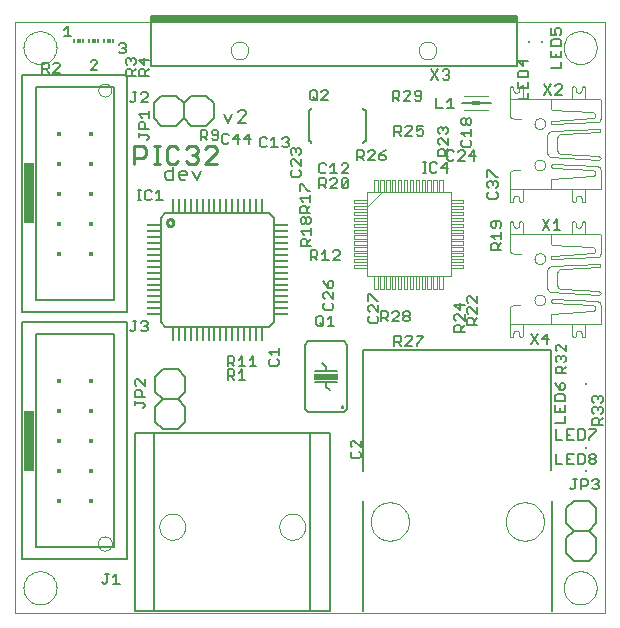
<source format=gto>
G75*
G70*
%OFA0B0*%
%FSLAX24Y24*%
%IPPOS*%
%LPD*%
%AMOC8*
5,1,8,0,0,1.08239X$1,22.5*
%
%ADD10C,0.0000*%
%ADD11C,0.0060*%
%ADD12C,0.0110*%
%ADD13C,0.0080*%
%ADD14C,0.0100*%
%ADD15R,0.0472X0.0079*%
%ADD16R,0.0079X0.0472*%
%ADD17R,0.0059X0.0118*%
%ADD18R,0.0118X0.0118*%
%ADD19R,0.0098X0.0098*%
%ADD20C,0.0079*%
%ADD21R,1.2200X0.0200*%
%ADD22C,0.0040*%
%ADD23C,0.0050*%
%ADD24R,0.0276X0.0118*%
%ADD25C,0.0028*%
%ADD26R,0.0787X0.0236*%
%ADD27R,0.0350X0.2000*%
%ADD28R,0.0150X0.0150*%
D10*
X000655Y001320D02*
X000655Y021005D01*
X020340Y021005D01*
X020340Y001320D01*
X000655Y001320D01*
X000945Y002161D02*
X000947Y002208D01*
X000953Y002254D01*
X000963Y002300D01*
X000976Y002345D01*
X000994Y002388D01*
X001015Y002430D01*
X001039Y002470D01*
X001067Y002507D01*
X001098Y002542D01*
X001132Y002575D01*
X001168Y002604D01*
X001207Y002630D01*
X001248Y002653D01*
X001291Y002672D01*
X001335Y002688D01*
X001380Y002700D01*
X001426Y002708D01*
X001473Y002712D01*
X001519Y002712D01*
X001566Y002708D01*
X001612Y002700D01*
X001657Y002688D01*
X001701Y002672D01*
X001744Y002653D01*
X001785Y002630D01*
X001824Y002604D01*
X001860Y002575D01*
X001894Y002542D01*
X001925Y002507D01*
X001953Y002470D01*
X001977Y002430D01*
X001998Y002388D01*
X002016Y002345D01*
X002029Y002300D01*
X002039Y002254D01*
X002045Y002208D01*
X002047Y002161D01*
X002045Y002114D01*
X002039Y002068D01*
X002029Y002022D01*
X002016Y001977D01*
X001998Y001934D01*
X001977Y001892D01*
X001953Y001852D01*
X001925Y001815D01*
X001894Y001780D01*
X001860Y001747D01*
X001824Y001718D01*
X001785Y001692D01*
X001744Y001669D01*
X001701Y001650D01*
X001657Y001634D01*
X001612Y001622D01*
X001566Y001614D01*
X001519Y001610D01*
X001473Y001610D01*
X001426Y001614D01*
X001380Y001622D01*
X001335Y001634D01*
X001291Y001650D01*
X001248Y001669D01*
X001207Y001692D01*
X001168Y001718D01*
X001132Y001747D01*
X001098Y001780D01*
X001067Y001815D01*
X001039Y001852D01*
X001015Y001892D01*
X000994Y001934D01*
X000976Y001977D01*
X000963Y002022D01*
X000953Y002068D01*
X000947Y002114D01*
X000945Y002161D01*
X003419Y003636D02*
X003421Y003666D01*
X003427Y003696D01*
X003436Y003725D01*
X003449Y003752D01*
X003466Y003777D01*
X003485Y003800D01*
X003508Y003821D01*
X003533Y003838D01*
X003559Y003852D01*
X003588Y003862D01*
X003617Y003869D01*
X003647Y003872D01*
X003678Y003871D01*
X003708Y003866D01*
X003737Y003857D01*
X003764Y003845D01*
X003790Y003830D01*
X003814Y003811D01*
X003835Y003789D01*
X003853Y003765D01*
X003868Y003738D01*
X003879Y003710D01*
X003887Y003681D01*
X003891Y003651D01*
X003891Y003621D01*
X003887Y003591D01*
X003879Y003562D01*
X003868Y003534D01*
X003853Y003507D01*
X003835Y003483D01*
X003814Y003461D01*
X003790Y003442D01*
X003764Y003427D01*
X003737Y003415D01*
X003708Y003406D01*
X003678Y003401D01*
X003647Y003400D01*
X003617Y003403D01*
X003588Y003410D01*
X003559Y003420D01*
X003533Y003434D01*
X003508Y003451D01*
X003485Y003472D01*
X003466Y003495D01*
X003449Y003520D01*
X003436Y003547D01*
X003427Y003576D01*
X003421Y003606D01*
X003419Y003636D01*
X005472Y004198D02*
X005474Y004239D01*
X005480Y004280D01*
X005490Y004320D01*
X005503Y004359D01*
X005520Y004396D01*
X005541Y004432D01*
X005565Y004466D01*
X005592Y004497D01*
X005621Y004525D01*
X005654Y004551D01*
X005688Y004573D01*
X005725Y004592D01*
X005763Y004607D01*
X005803Y004619D01*
X005843Y004627D01*
X005884Y004631D01*
X005926Y004631D01*
X005967Y004627D01*
X006007Y004619D01*
X006047Y004607D01*
X006085Y004592D01*
X006121Y004573D01*
X006156Y004551D01*
X006189Y004525D01*
X006218Y004497D01*
X006245Y004466D01*
X006269Y004432D01*
X006290Y004396D01*
X006307Y004359D01*
X006320Y004320D01*
X006330Y004280D01*
X006336Y004239D01*
X006338Y004198D01*
X006336Y004157D01*
X006330Y004116D01*
X006320Y004076D01*
X006307Y004037D01*
X006290Y004000D01*
X006269Y003964D01*
X006245Y003930D01*
X006218Y003899D01*
X006189Y003871D01*
X006156Y003845D01*
X006122Y003823D01*
X006085Y003804D01*
X006047Y003789D01*
X006007Y003777D01*
X005967Y003769D01*
X005926Y003765D01*
X005884Y003765D01*
X005843Y003769D01*
X005803Y003777D01*
X005763Y003789D01*
X005725Y003804D01*
X005689Y003823D01*
X005654Y003845D01*
X005621Y003871D01*
X005592Y003899D01*
X005565Y003930D01*
X005541Y003964D01*
X005520Y004000D01*
X005503Y004037D01*
X005490Y004076D01*
X005480Y004116D01*
X005474Y004157D01*
X005472Y004198D01*
X009472Y004198D02*
X009474Y004239D01*
X009480Y004280D01*
X009490Y004320D01*
X009503Y004359D01*
X009520Y004396D01*
X009541Y004432D01*
X009565Y004466D01*
X009592Y004497D01*
X009621Y004525D01*
X009654Y004551D01*
X009688Y004573D01*
X009725Y004592D01*
X009763Y004607D01*
X009803Y004619D01*
X009843Y004627D01*
X009884Y004631D01*
X009926Y004631D01*
X009967Y004627D01*
X010007Y004619D01*
X010047Y004607D01*
X010085Y004592D01*
X010121Y004573D01*
X010156Y004551D01*
X010189Y004525D01*
X010218Y004497D01*
X010245Y004466D01*
X010269Y004432D01*
X010290Y004396D01*
X010307Y004359D01*
X010320Y004320D01*
X010330Y004280D01*
X010336Y004239D01*
X010338Y004198D01*
X010336Y004157D01*
X010330Y004116D01*
X010320Y004076D01*
X010307Y004037D01*
X010290Y004000D01*
X010269Y003964D01*
X010245Y003930D01*
X010218Y003899D01*
X010189Y003871D01*
X010156Y003845D01*
X010122Y003823D01*
X010085Y003804D01*
X010047Y003789D01*
X010007Y003777D01*
X009967Y003769D01*
X009926Y003765D01*
X009884Y003765D01*
X009843Y003769D01*
X009803Y003777D01*
X009763Y003789D01*
X009725Y003804D01*
X009689Y003823D01*
X009654Y003845D01*
X009621Y003871D01*
X009592Y003899D01*
X009565Y003930D01*
X009541Y003964D01*
X009520Y004000D01*
X009503Y004037D01*
X009490Y004076D01*
X009480Y004116D01*
X009474Y004157D01*
X009472Y004198D01*
X012515Y004370D02*
X012517Y004420D01*
X012523Y004470D01*
X012533Y004519D01*
X012546Y004568D01*
X012564Y004615D01*
X012585Y004661D01*
X012609Y004704D01*
X012637Y004746D01*
X012668Y004786D01*
X012702Y004823D01*
X012739Y004857D01*
X012779Y004888D01*
X012821Y004916D01*
X012864Y004940D01*
X012910Y004961D01*
X012957Y004979D01*
X013006Y004992D01*
X013055Y005002D01*
X013105Y005008D01*
X013155Y005010D01*
X013205Y005008D01*
X013255Y005002D01*
X013304Y004992D01*
X013353Y004979D01*
X013400Y004961D01*
X013446Y004940D01*
X013489Y004916D01*
X013531Y004888D01*
X013571Y004857D01*
X013608Y004823D01*
X013642Y004786D01*
X013673Y004746D01*
X013701Y004704D01*
X013725Y004661D01*
X013746Y004615D01*
X013764Y004568D01*
X013777Y004519D01*
X013787Y004470D01*
X013793Y004420D01*
X013795Y004370D01*
X013793Y004320D01*
X013787Y004270D01*
X013777Y004221D01*
X013764Y004172D01*
X013746Y004125D01*
X013725Y004079D01*
X013701Y004036D01*
X013673Y003994D01*
X013642Y003954D01*
X013608Y003917D01*
X013571Y003883D01*
X013531Y003852D01*
X013489Y003824D01*
X013446Y003800D01*
X013400Y003779D01*
X013353Y003761D01*
X013304Y003748D01*
X013255Y003738D01*
X013205Y003732D01*
X013155Y003730D01*
X013105Y003732D01*
X013055Y003738D01*
X013006Y003748D01*
X012957Y003761D01*
X012910Y003779D01*
X012864Y003800D01*
X012821Y003824D01*
X012779Y003852D01*
X012739Y003883D01*
X012702Y003917D01*
X012668Y003954D01*
X012637Y003994D01*
X012609Y004036D01*
X012585Y004079D01*
X012564Y004125D01*
X012546Y004172D01*
X012533Y004221D01*
X012523Y004270D01*
X012517Y004320D01*
X012515Y004370D01*
X017015Y004370D02*
X017017Y004420D01*
X017023Y004470D01*
X017033Y004519D01*
X017046Y004568D01*
X017064Y004615D01*
X017085Y004661D01*
X017109Y004704D01*
X017137Y004746D01*
X017168Y004786D01*
X017202Y004823D01*
X017239Y004857D01*
X017279Y004888D01*
X017321Y004916D01*
X017364Y004940D01*
X017410Y004961D01*
X017457Y004979D01*
X017506Y004992D01*
X017555Y005002D01*
X017605Y005008D01*
X017655Y005010D01*
X017705Y005008D01*
X017755Y005002D01*
X017804Y004992D01*
X017853Y004979D01*
X017900Y004961D01*
X017946Y004940D01*
X017989Y004916D01*
X018031Y004888D01*
X018071Y004857D01*
X018108Y004823D01*
X018142Y004786D01*
X018173Y004746D01*
X018201Y004704D01*
X018225Y004661D01*
X018246Y004615D01*
X018264Y004568D01*
X018277Y004519D01*
X018287Y004470D01*
X018293Y004420D01*
X018295Y004370D01*
X018293Y004320D01*
X018287Y004270D01*
X018277Y004221D01*
X018264Y004172D01*
X018246Y004125D01*
X018225Y004079D01*
X018201Y004036D01*
X018173Y003994D01*
X018142Y003954D01*
X018108Y003917D01*
X018071Y003883D01*
X018031Y003852D01*
X017989Y003824D01*
X017946Y003800D01*
X017900Y003779D01*
X017853Y003761D01*
X017804Y003748D01*
X017755Y003738D01*
X017705Y003732D01*
X017655Y003730D01*
X017605Y003732D01*
X017555Y003738D01*
X017506Y003748D01*
X017457Y003761D01*
X017410Y003779D01*
X017364Y003800D01*
X017321Y003824D01*
X017279Y003852D01*
X017239Y003883D01*
X017202Y003917D01*
X017168Y003954D01*
X017137Y003994D01*
X017109Y004036D01*
X017085Y004079D01*
X017064Y004125D01*
X017046Y004172D01*
X017033Y004221D01*
X017023Y004270D01*
X017017Y004320D01*
X017015Y004370D01*
X018949Y002161D02*
X018951Y002208D01*
X018957Y002254D01*
X018967Y002300D01*
X018980Y002345D01*
X018998Y002388D01*
X019019Y002430D01*
X019043Y002470D01*
X019071Y002507D01*
X019102Y002542D01*
X019136Y002575D01*
X019172Y002604D01*
X019211Y002630D01*
X019252Y002653D01*
X019295Y002672D01*
X019339Y002688D01*
X019384Y002700D01*
X019430Y002708D01*
X019477Y002712D01*
X019523Y002712D01*
X019570Y002708D01*
X019616Y002700D01*
X019661Y002688D01*
X019705Y002672D01*
X019748Y002653D01*
X019789Y002630D01*
X019828Y002604D01*
X019864Y002575D01*
X019898Y002542D01*
X019929Y002507D01*
X019957Y002470D01*
X019981Y002430D01*
X020002Y002388D01*
X020020Y002345D01*
X020033Y002300D01*
X020043Y002254D01*
X020049Y002208D01*
X020051Y002161D01*
X020049Y002114D01*
X020043Y002068D01*
X020033Y002022D01*
X020020Y001977D01*
X020002Y001934D01*
X019981Y001892D01*
X019957Y001852D01*
X019929Y001815D01*
X019898Y001780D01*
X019864Y001747D01*
X019828Y001718D01*
X019789Y001692D01*
X019748Y001669D01*
X019705Y001650D01*
X019661Y001634D01*
X019616Y001622D01*
X019570Y001614D01*
X019523Y001610D01*
X019477Y001610D01*
X019430Y001614D01*
X019384Y001622D01*
X019339Y001634D01*
X019295Y001650D01*
X019252Y001669D01*
X019211Y001692D01*
X019172Y001718D01*
X019136Y001747D01*
X019102Y001780D01*
X019071Y001815D01*
X019043Y001852D01*
X019019Y001892D01*
X018998Y001934D01*
X018980Y001977D01*
X018967Y002022D01*
X018957Y002068D01*
X018951Y002114D01*
X018949Y002161D01*
X017978Y011756D02*
X017980Y011782D01*
X017986Y011808D01*
X017996Y011833D01*
X018009Y011856D01*
X018025Y011876D01*
X018045Y011894D01*
X018067Y011909D01*
X018090Y011921D01*
X018116Y011929D01*
X018142Y011933D01*
X018168Y011933D01*
X018194Y011929D01*
X018220Y011921D01*
X018244Y011909D01*
X018265Y011894D01*
X018285Y011876D01*
X018301Y011856D01*
X018314Y011833D01*
X018324Y011808D01*
X018330Y011782D01*
X018332Y011756D01*
X018330Y011730D01*
X018324Y011704D01*
X018314Y011679D01*
X018301Y011656D01*
X018285Y011636D01*
X018265Y011618D01*
X018243Y011603D01*
X018220Y011591D01*
X018194Y011583D01*
X018168Y011579D01*
X018142Y011579D01*
X018116Y011583D01*
X018090Y011591D01*
X018066Y011603D01*
X018045Y011618D01*
X018025Y011636D01*
X018009Y011656D01*
X017996Y011679D01*
X017986Y011704D01*
X017980Y011730D01*
X017978Y011756D01*
X017978Y013134D02*
X017980Y013160D01*
X017986Y013186D01*
X017996Y013211D01*
X018009Y013234D01*
X018025Y013254D01*
X018045Y013272D01*
X018067Y013287D01*
X018090Y013299D01*
X018116Y013307D01*
X018142Y013311D01*
X018168Y013311D01*
X018194Y013307D01*
X018220Y013299D01*
X018244Y013287D01*
X018265Y013272D01*
X018285Y013254D01*
X018301Y013234D01*
X018314Y013211D01*
X018324Y013186D01*
X018330Y013160D01*
X018332Y013134D01*
X018330Y013108D01*
X018324Y013082D01*
X018314Y013057D01*
X018301Y013034D01*
X018285Y013014D01*
X018265Y012996D01*
X018243Y012981D01*
X018220Y012969D01*
X018194Y012961D01*
X018168Y012957D01*
X018142Y012957D01*
X018116Y012961D01*
X018090Y012969D01*
X018066Y012981D01*
X018045Y012996D01*
X018025Y013014D01*
X018009Y013034D01*
X017996Y013057D01*
X017986Y013082D01*
X017980Y013108D01*
X017978Y013134D01*
X015590Y013115D02*
X015590Y013005D01*
X015180Y013005D01*
X015180Y013115D01*
X015590Y013115D01*
X015590Y013205D02*
X015590Y013315D01*
X015180Y013315D01*
X015180Y013205D01*
X015590Y013205D01*
X015590Y013395D02*
X015180Y013395D01*
X015180Y013505D01*
X015590Y013505D01*
X015590Y013395D01*
X015590Y013595D02*
X015180Y013595D01*
X015180Y013705D01*
X015590Y013705D01*
X015590Y013595D01*
X015590Y013795D02*
X015590Y013905D01*
X015180Y013905D01*
X015180Y013795D01*
X015590Y013795D01*
X015590Y013985D02*
X015180Y013985D01*
X015180Y014095D01*
X015590Y014095D01*
X015590Y013985D01*
X015590Y014185D02*
X015180Y014185D01*
X015180Y014295D01*
X015590Y014295D01*
X015590Y014185D01*
X015590Y014385D02*
X015180Y014385D01*
X015180Y014495D01*
X015590Y014495D01*
X015590Y014385D01*
X015590Y014575D02*
X015180Y014575D01*
X015180Y014685D01*
X015590Y014685D01*
X015590Y014575D01*
X015590Y014775D02*
X015180Y014775D01*
X015180Y014885D01*
X015590Y014885D01*
X015590Y014775D01*
X015590Y014975D02*
X015590Y015085D01*
X015180Y015085D01*
X015180Y014975D01*
X015590Y014975D01*
X015180Y015345D02*
X012380Y015345D01*
X012380Y012545D01*
X015180Y012545D01*
X015180Y015345D01*
X014920Y015345D02*
X014920Y015755D01*
X014810Y015755D01*
X014810Y015345D01*
X014920Y015345D01*
X014720Y015345D02*
X014720Y015755D01*
X014610Y015755D01*
X014610Y015345D01*
X014720Y015345D01*
X014520Y015345D02*
X014520Y015755D01*
X014410Y015755D01*
X014410Y015345D01*
X014520Y015345D01*
X014330Y015345D02*
X014330Y015755D01*
X014220Y015755D01*
X014220Y015345D01*
X014330Y015345D01*
X014130Y015345D02*
X014130Y015755D01*
X014020Y015755D01*
X014020Y015345D01*
X014130Y015345D01*
X013930Y015345D02*
X013930Y015755D01*
X013820Y015755D01*
X013820Y015345D01*
X013930Y015345D01*
X013740Y015345D02*
X013740Y015755D01*
X013630Y015755D01*
X013630Y015345D01*
X013740Y015345D01*
X013540Y015345D02*
X013540Y015755D01*
X013430Y015755D01*
X013430Y015345D01*
X013540Y015345D01*
X013340Y015345D02*
X013340Y015755D01*
X013230Y015755D01*
X013230Y015345D01*
X013340Y015345D01*
X013150Y015345D02*
X013150Y015755D01*
X013040Y015755D01*
X013040Y015345D01*
X013150Y015345D01*
X012950Y015345D02*
X012950Y015755D01*
X012840Y015755D01*
X012840Y015345D01*
X012880Y015345D01*
X012380Y014845D01*
X012380Y014885D01*
X011970Y014885D01*
X011970Y014775D01*
X012380Y014775D01*
X012380Y014845D01*
X012380Y014975D02*
X011970Y014975D01*
X011970Y015085D01*
X012380Y015085D01*
X012380Y014975D01*
X012380Y014685D02*
X011970Y014685D01*
X011970Y014575D01*
X012380Y014575D01*
X012380Y014685D01*
X012380Y014495D02*
X011970Y014495D01*
X011970Y014385D01*
X012380Y014385D01*
X012380Y014495D01*
X012380Y014295D02*
X011970Y014295D01*
X011970Y014185D01*
X012380Y014185D01*
X012380Y014295D01*
X012380Y014095D02*
X011970Y014095D01*
X011970Y013985D01*
X012380Y013985D01*
X012380Y014095D01*
X012380Y013905D02*
X011970Y013905D01*
X011970Y013795D01*
X012380Y013795D01*
X012380Y013905D01*
X012380Y013705D02*
X011970Y013705D01*
X011970Y013595D01*
X012380Y013595D01*
X012380Y013705D01*
X012380Y013505D02*
X011970Y013505D01*
X011970Y013395D01*
X012380Y013395D01*
X012380Y013505D01*
X012380Y013315D02*
X011970Y013315D01*
X011970Y013205D01*
X012380Y013205D01*
X012380Y013315D01*
X012380Y013115D02*
X011970Y013115D01*
X011970Y013005D01*
X012380Y013005D01*
X012380Y013115D01*
X012380Y012915D02*
X011970Y012915D01*
X011970Y012805D01*
X012380Y012805D01*
X012380Y012915D01*
X012640Y012545D02*
X012640Y012135D01*
X012750Y012135D01*
X012750Y012545D01*
X012640Y012545D01*
X012840Y012545D02*
X012840Y012135D01*
X012950Y012135D01*
X012950Y012545D01*
X012840Y012545D01*
X013040Y012545D02*
X013040Y012135D01*
X013150Y012135D01*
X013150Y012545D01*
X013040Y012545D01*
X013230Y012545D02*
X013230Y012135D01*
X013340Y012135D01*
X013340Y012545D01*
X013230Y012545D01*
X013430Y012545D02*
X013430Y012135D01*
X013540Y012135D01*
X013540Y012545D01*
X013430Y012545D01*
X013630Y012545D02*
X013630Y012135D01*
X013740Y012135D01*
X013740Y012545D01*
X013630Y012545D01*
X013820Y012545D02*
X013820Y012135D01*
X013930Y012135D01*
X013930Y012545D01*
X013820Y012545D01*
X014020Y012545D02*
X014020Y012135D01*
X014130Y012135D01*
X014130Y012545D01*
X014020Y012545D01*
X014220Y012545D02*
X014220Y012135D01*
X014330Y012135D01*
X014330Y012545D01*
X014220Y012545D01*
X014410Y012545D02*
X014410Y012135D01*
X014520Y012135D01*
X014520Y012545D01*
X014410Y012545D01*
X014610Y012545D02*
X014610Y012135D01*
X014720Y012135D01*
X014720Y012545D01*
X014610Y012545D01*
X014810Y012545D02*
X014810Y012135D01*
X014920Y012135D01*
X014920Y012545D01*
X014810Y012545D01*
X015180Y012805D02*
X015180Y012915D01*
X015590Y012915D01*
X015590Y012805D01*
X015180Y012805D01*
X012950Y015345D02*
X012880Y015345D01*
X012750Y015345D02*
X012750Y015755D01*
X012640Y015755D01*
X012640Y015345D01*
X012750Y015345D01*
X014119Y020073D02*
X014121Y020107D01*
X014127Y020141D01*
X014137Y020174D01*
X014150Y020205D01*
X014168Y020235D01*
X014188Y020263D01*
X014212Y020288D01*
X014238Y020310D01*
X014266Y020328D01*
X014297Y020344D01*
X014329Y020356D01*
X014363Y020364D01*
X014397Y020368D01*
X014431Y020368D01*
X014465Y020364D01*
X014499Y020356D01*
X014531Y020344D01*
X014561Y020328D01*
X014590Y020310D01*
X014616Y020288D01*
X014640Y020263D01*
X014660Y020235D01*
X014678Y020205D01*
X014691Y020174D01*
X014701Y020141D01*
X014707Y020107D01*
X014709Y020073D01*
X014707Y020039D01*
X014701Y020005D01*
X014691Y019972D01*
X014678Y019941D01*
X014660Y019911D01*
X014640Y019883D01*
X014616Y019858D01*
X014590Y019836D01*
X014562Y019818D01*
X014531Y019802D01*
X014499Y019790D01*
X014465Y019782D01*
X014431Y019778D01*
X014397Y019778D01*
X014363Y019782D01*
X014329Y019790D01*
X014297Y019802D01*
X014266Y019818D01*
X014238Y019836D01*
X014212Y019858D01*
X014188Y019883D01*
X014168Y019911D01*
X014150Y019941D01*
X014137Y019972D01*
X014127Y020005D01*
X014121Y020039D01*
X014119Y020073D01*
X017978Y017634D02*
X017980Y017660D01*
X017986Y017686D01*
X017996Y017711D01*
X018009Y017734D01*
X018025Y017754D01*
X018045Y017772D01*
X018067Y017787D01*
X018090Y017799D01*
X018116Y017807D01*
X018142Y017811D01*
X018168Y017811D01*
X018194Y017807D01*
X018220Y017799D01*
X018244Y017787D01*
X018265Y017772D01*
X018285Y017754D01*
X018301Y017734D01*
X018314Y017711D01*
X018324Y017686D01*
X018330Y017660D01*
X018332Y017634D01*
X018330Y017608D01*
X018324Y017582D01*
X018314Y017557D01*
X018301Y017534D01*
X018285Y017514D01*
X018265Y017496D01*
X018243Y017481D01*
X018220Y017469D01*
X018194Y017461D01*
X018168Y017457D01*
X018142Y017457D01*
X018116Y017461D01*
X018090Y017469D01*
X018066Y017481D01*
X018045Y017496D01*
X018025Y017514D01*
X018009Y017534D01*
X017996Y017557D01*
X017986Y017582D01*
X017980Y017608D01*
X017978Y017634D01*
X017978Y016256D02*
X017980Y016282D01*
X017986Y016308D01*
X017996Y016333D01*
X018009Y016356D01*
X018025Y016376D01*
X018045Y016394D01*
X018067Y016409D01*
X018090Y016421D01*
X018116Y016429D01*
X018142Y016433D01*
X018168Y016433D01*
X018194Y016429D01*
X018220Y016421D01*
X018244Y016409D01*
X018265Y016394D01*
X018285Y016376D01*
X018301Y016356D01*
X018314Y016333D01*
X018324Y016308D01*
X018330Y016282D01*
X018332Y016256D01*
X018330Y016230D01*
X018324Y016204D01*
X018314Y016179D01*
X018301Y016156D01*
X018285Y016136D01*
X018265Y016118D01*
X018243Y016103D01*
X018220Y016091D01*
X018194Y016083D01*
X018168Y016079D01*
X018142Y016079D01*
X018116Y016083D01*
X018090Y016091D01*
X018066Y016103D01*
X018045Y016118D01*
X018025Y016136D01*
X018009Y016156D01*
X017996Y016179D01*
X017986Y016204D01*
X017980Y016230D01*
X017978Y016256D01*
X018949Y020165D02*
X018951Y020212D01*
X018957Y020258D01*
X018967Y020304D01*
X018980Y020349D01*
X018998Y020392D01*
X019019Y020434D01*
X019043Y020474D01*
X019071Y020511D01*
X019102Y020546D01*
X019136Y020579D01*
X019172Y020608D01*
X019211Y020634D01*
X019252Y020657D01*
X019295Y020676D01*
X019339Y020692D01*
X019384Y020704D01*
X019430Y020712D01*
X019477Y020716D01*
X019523Y020716D01*
X019570Y020712D01*
X019616Y020704D01*
X019661Y020692D01*
X019705Y020676D01*
X019748Y020657D01*
X019789Y020634D01*
X019828Y020608D01*
X019864Y020579D01*
X019898Y020546D01*
X019929Y020511D01*
X019957Y020474D01*
X019981Y020434D01*
X020002Y020392D01*
X020020Y020349D01*
X020033Y020304D01*
X020043Y020258D01*
X020049Y020212D01*
X020051Y020165D01*
X020049Y020118D01*
X020043Y020072D01*
X020033Y020026D01*
X020020Y019981D01*
X020002Y019938D01*
X019981Y019896D01*
X019957Y019856D01*
X019929Y019819D01*
X019898Y019784D01*
X019864Y019751D01*
X019828Y019722D01*
X019789Y019696D01*
X019748Y019673D01*
X019705Y019654D01*
X019661Y019638D01*
X019616Y019626D01*
X019570Y019618D01*
X019523Y019614D01*
X019477Y019614D01*
X019430Y019618D01*
X019384Y019626D01*
X019339Y019638D01*
X019295Y019654D01*
X019252Y019673D01*
X019211Y019696D01*
X019172Y019722D01*
X019136Y019751D01*
X019102Y019784D01*
X019071Y019819D01*
X019043Y019856D01*
X019019Y019896D01*
X018998Y019938D01*
X018980Y019981D01*
X018967Y020026D01*
X018957Y020072D01*
X018951Y020118D01*
X018949Y020165D01*
X007851Y020073D02*
X007853Y020107D01*
X007859Y020141D01*
X007869Y020174D01*
X007882Y020205D01*
X007900Y020235D01*
X007920Y020263D01*
X007944Y020288D01*
X007970Y020310D01*
X007998Y020328D01*
X008029Y020344D01*
X008061Y020356D01*
X008095Y020364D01*
X008129Y020368D01*
X008163Y020368D01*
X008197Y020364D01*
X008231Y020356D01*
X008263Y020344D01*
X008293Y020328D01*
X008322Y020310D01*
X008348Y020288D01*
X008372Y020263D01*
X008392Y020235D01*
X008410Y020205D01*
X008423Y020174D01*
X008433Y020141D01*
X008439Y020107D01*
X008441Y020073D01*
X008439Y020039D01*
X008433Y020005D01*
X008423Y019972D01*
X008410Y019941D01*
X008392Y019911D01*
X008372Y019883D01*
X008348Y019858D01*
X008322Y019836D01*
X008294Y019818D01*
X008263Y019802D01*
X008231Y019790D01*
X008197Y019782D01*
X008163Y019778D01*
X008129Y019778D01*
X008095Y019782D01*
X008061Y019790D01*
X008029Y019802D01*
X007998Y019818D01*
X007970Y019836D01*
X007944Y019858D01*
X007920Y019883D01*
X007900Y019911D01*
X007882Y019941D01*
X007869Y019972D01*
X007859Y020005D01*
X007853Y020039D01*
X007851Y020073D01*
X003438Y018754D02*
X003440Y018783D01*
X003446Y018811D01*
X003455Y018839D01*
X003468Y018865D01*
X003485Y018888D01*
X003504Y018910D01*
X003526Y018929D01*
X003551Y018944D01*
X003577Y018957D01*
X003605Y018965D01*
X003633Y018970D01*
X003662Y018971D01*
X003691Y018968D01*
X003719Y018961D01*
X003746Y018951D01*
X003772Y018937D01*
X003795Y018920D01*
X003816Y018900D01*
X003834Y018877D01*
X003849Y018852D01*
X003860Y018825D01*
X003868Y018797D01*
X003872Y018768D01*
X003872Y018740D01*
X003868Y018711D01*
X003860Y018683D01*
X003849Y018656D01*
X003834Y018631D01*
X003816Y018608D01*
X003795Y018588D01*
X003772Y018571D01*
X003746Y018557D01*
X003719Y018547D01*
X003691Y018540D01*
X003662Y018537D01*
X003633Y018538D01*
X003605Y018543D01*
X003577Y018551D01*
X003551Y018564D01*
X003526Y018579D01*
X003504Y018598D01*
X003485Y018620D01*
X003468Y018643D01*
X003455Y018669D01*
X003446Y018697D01*
X003440Y018725D01*
X003438Y018754D01*
X000945Y020165D02*
X000947Y020212D01*
X000953Y020258D01*
X000963Y020304D01*
X000976Y020349D01*
X000994Y020392D01*
X001015Y020434D01*
X001039Y020474D01*
X001067Y020511D01*
X001098Y020546D01*
X001132Y020579D01*
X001168Y020608D01*
X001207Y020634D01*
X001248Y020657D01*
X001291Y020676D01*
X001335Y020692D01*
X001380Y020704D01*
X001426Y020712D01*
X001473Y020716D01*
X001519Y020716D01*
X001566Y020712D01*
X001612Y020704D01*
X001657Y020692D01*
X001701Y020676D01*
X001744Y020657D01*
X001785Y020634D01*
X001824Y020608D01*
X001860Y020579D01*
X001894Y020546D01*
X001925Y020511D01*
X001953Y020474D01*
X001977Y020434D01*
X001998Y020392D01*
X002016Y020349D01*
X002029Y020304D01*
X002039Y020258D01*
X002045Y020212D01*
X002047Y020165D01*
X002045Y020118D01*
X002039Y020072D01*
X002029Y020026D01*
X002016Y019981D01*
X001998Y019938D01*
X001977Y019896D01*
X001953Y019856D01*
X001925Y019819D01*
X001894Y019784D01*
X001860Y019751D01*
X001824Y019722D01*
X001785Y019696D01*
X001744Y019673D01*
X001701Y019654D01*
X001657Y019638D01*
X001612Y019626D01*
X001566Y019618D01*
X001519Y019614D01*
X001473Y019614D01*
X001426Y019618D01*
X001380Y019626D01*
X001335Y019638D01*
X001291Y019654D01*
X001248Y019673D01*
X001207Y019696D01*
X001168Y019722D01*
X001132Y019751D01*
X001098Y019784D01*
X001067Y019819D01*
X001039Y019856D01*
X001015Y019896D01*
X000994Y019938D01*
X000976Y019981D01*
X000963Y020026D01*
X000953Y020072D01*
X000947Y020118D01*
X000945Y020165D01*
D11*
X001574Y019666D02*
X001574Y019325D01*
X001574Y019439D02*
X001744Y019439D01*
X001800Y019495D01*
X001800Y019609D01*
X001744Y019666D01*
X001574Y019666D01*
X001687Y019439D02*
X001800Y019325D01*
X001942Y019325D02*
X002169Y019552D01*
X002169Y019609D01*
X002112Y019666D01*
X001999Y019666D01*
X001942Y019609D01*
X001942Y019325D02*
X002169Y019325D01*
X003185Y019413D02*
X003412Y019640D01*
X003412Y019696D01*
X003355Y019753D01*
X003242Y019753D01*
X003185Y019696D01*
X003185Y019413D02*
X003412Y019413D01*
X004123Y020032D02*
X004179Y019975D01*
X004293Y019975D01*
X004349Y020032D01*
X004349Y020089D01*
X004293Y020145D01*
X004236Y020145D01*
X004293Y020145D02*
X004349Y020202D01*
X004349Y020259D01*
X004293Y020316D01*
X004179Y020316D01*
X004123Y020259D01*
X004404Y019820D02*
X004461Y019820D01*
X004518Y019764D01*
X004574Y019820D01*
X004631Y019820D01*
X004688Y019764D01*
X004688Y019650D01*
X004631Y019594D01*
X004688Y019452D02*
X004574Y019339D01*
X004574Y019395D02*
X004574Y019225D01*
X004688Y019225D02*
X004347Y019225D01*
X004347Y019395D01*
X004404Y019452D01*
X004518Y019452D01*
X004574Y019395D01*
X004785Y019395D02*
X004785Y019225D01*
X005125Y019225D01*
X005012Y019225D02*
X005012Y019395D01*
X004955Y019452D01*
X004842Y019452D01*
X004785Y019395D01*
X005012Y019339D02*
X005125Y019452D01*
X005180Y019550D02*
X017380Y019550D01*
X017380Y019578D01*
X017380Y019550D02*
X017380Y021028D01*
X005180Y021028D01*
X005180Y021228D01*
X017380Y021228D01*
X017380Y021028D01*
X018535Y020807D02*
X018535Y020580D01*
X018705Y020580D01*
X018648Y020694D01*
X018648Y020750D01*
X018705Y020807D01*
X018818Y020807D01*
X018875Y020750D01*
X018875Y020637D01*
X018818Y020580D01*
X018818Y020439D02*
X018592Y020439D01*
X018535Y020382D01*
X018535Y020212D01*
X018875Y020212D01*
X018875Y020382D01*
X018818Y020439D01*
X018875Y020070D02*
X018875Y019844D01*
X018535Y019844D01*
X018535Y020070D01*
X018705Y019957D02*
X018705Y019844D01*
X018875Y019702D02*
X018875Y019475D01*
X018535Y019475D01*
X018537Y018941D02*
X018310Y018600D01*
X018537Y018600D02*
X018310Y018941D01*
X018678Y018884D02*
X018735Y018941D01*
X018849Y018941D01*
X018905Y018884D01*
X018905Y018827D01*
X018678Y018600D01*
X018905Y018600D01*
X017775Y018666D02*
X017775Y018440D01*
X017435Y018440D01*
X017435Y018808D02*
X017775Y018808D01*
X017775Y019035D01*
X017775Y019176D02*
X017775Y019346D01*
X017718Y019403D01*
X017492Y019403D01*
X017435Y019346D01*
X017435Y019176D01*
X017775Y019176D01*
X017605Y018921D02*
X017605Y018808D01*
X017435Y018808D02*
X017435Y019035D01*
X017605Y019545D02*
X017435Y019715D01*
X017775Y019715D01*
X017605Y019771D02*
X017605Y019545D01*
X015818Y017814D02*
X015875Y017757D01*
X015875Y017644D01*
X015818Y017587D01*
X015762Y017587D01*
X015705Y017644D01*
X015705Y017757D01*
X015762Y017814D01*
X015818Y017814D01*
X015705Y017757D02*
X015648Y017814D01*
X015592Y017814D01*
X015535Y017757D01*
X015535Y017644D01*
X015592Y017587D01*
X015648Y017587D01*
X015705Y017644D01*
X015875Y017445D02*
X015875Y017219D01*
X015875Y017332D02*
X015535Y017332D01*
X015648Y017219D01*
X015592Y017077D02*
X015535Y017020D01*
X015535Y016907D01*
X015592Y016850D01*
X015818Y016850D01*
X015875Y016907D01*
X015875Y017020D01*
X015818Y017077D01*
X015973Y016741D02*
X015803Y016570D01*
X016030Y016570D01*
X015973Y016400D02*
X015973Y016741D01*
X015662Y016684D02*
X015662Y016627D01*
X015435Y016400D01*
X015662Y016400D01*
X015662Y016684D02*
X015605Y016741D01*
X015491Y016741D01*
X015435Y016684D01*
X015293Y016684D02*
X015236Y016741D01*
X015123Y016741D01*
X015066Y016684D01*
X015066Y016457D01*
X015123Y016400D01*
X015236Y016400D01*
X015293Y016457D01*
X015097Y016558D02*
X014757Y016558D01*
X014757Y016728D01*
X014813Y016785D01*
X014927Y016785D01*
X014984Y016728D01*
X014984Y016558D01*
X014984Y016671D02*
X015097Y016785D01*
X015097Y016926D02*
X014870Y017153D01*
X014813Y017153D01*
X014757Y017096D01*
X014757Y016983D01*
X014813Y016926D01*
X015097Y016926D02*
X015097Y017153D01*
X015040Y017294D02*
X015097Y017351D01*
X015097Y017465D01*
X015040Y017521D01*
X014984Y017521D01*
X014927Y017465D01*
X014927Y017408D01*
X014927Y017465D02*
X014870Y017521D01*
X014813Y017521D01*
X014757Y017465D01*
X014757Y017351D01*
X014813Y017294D01*
X014274Y017282D02*
X014217Y017225D01*
X014103Y017225D01*
X014047Y017282D01*
X014047Y017395D02*
X014160Y017452D01*
X014217Y017452D01*
X014274Y017395D01*
X014274Y017282D01*
X014047Y017395D02*
X014047Y017566D01*
X014274Y017566D01*
X013905Y017509D02*
X013849Y017566D01*
X013735Y017566D01*
X013678Y017509D01*
X013537Y017509D02*
X013537Y017395D01*
X013480Y017339D01*
X013310Y017339D01*
X013424Y017339D02*
X013537Y017225D01*
X013678Y017225D02*
X013905Y017452D01*
X013905Y017509D01*
X013905Y017225D02*
X013678Y017225D01*
X013537Y017509D02*
X013480Y017566D01*
X013310Y017566D01*
X013310Y017225D01*
X013024Y016753D02*
X012910Y016696D01*
X012797Y016583D01*
X012967Y016583D01*
X013024Y016526D01*
X013024Y016470D01*
X012967Y016413D01*
X012853Y016413D01*
X012797Y016470D01*
X012797Y016583D01*
X012655Y016640D02*
X012655Y016696D01*
X012599Y016753D01*
X012485Y016753D01*
X012428Y016696D01*
X012287Y016696D02*
X012287Y016583D01*
X012230Y016526D01*
X012060Y016526D01*
X012060Y016413D02*
X012060Y016753D01*
X012230Y016753D01*
X012287Y016696D01*
X012174Y016526D02*
X012287Y016413D01*
X012428Y016413D02*
X012655Y016640D01*
X012655Y016413D02*
X012428Y016413D01*
X011774Y016259D02*
X011717Y016316D01*
X011603Y016316D01*
X011547Y016259D01*
X011774Y016259D02*
X011774Y016202D01*
X011547Y015975D01*
X011774Y015975D01*
X011717Y015816D02*
X011774Y015759D01*
X011547Y015532D01*
X011603Y015475D01*
X011717Y015475D01*
X011774Y015532D01*
X011774Y015759D01*
X011717Y015816D02*
X011603Y015816D01*
X011547Y015759D01*
X011547Y015532D01*
X011405Y015475D02*
X011178Y015475D01*
X011405Y015702D01*
X011405Y015759D01*
X011349Y015816D01*
X011235Y015816D01*
X011178Y015759D01*
X011037Y015759D02*
X011037Y015645D01*
X010980Y015589D01*
X010810Y015589D01*
X010924Y015589D02*
X011037Y015475D01*
X010810Y015475D02*
X010810Y015816D01*
X010980Y015816D01*
X011037Y015759D01*
X010980Y015975D02*
X010867Y015975D01*
X010810Y016032D01*
X010810Y016259D01*
X010867Y016316D01*
X010980Y016316D01*
X011037Y016259D01*
X011178Y016202D02*
X011292Y016316D01*
X011292Y015975D01*
X011405Y015975D02*
X011178Y015975D01*
X011037Y016032D02*
X010980Y015975D01*
X010500Y015399D02*
X010443Y015399D01*
X010217Y015626D01*
X010160Y015626D01*
X010160Y015399D01*
X010160Y015145D02*
X010500Y015145D01*
X010500Y015258D02*
X010500Y015031D01*
X010500Y014890D02*
X010387Y014776D01*
X010387Y014833D02*
X010387Y014663D01*
X010500Y014663D02*
X010160Y014663D01*
X010160Y014833D01*
X010217Y014890D01*
X010330Y014890D01*
X010387Y014833D01*
X010273Y015031D02*
X010160Y015145D01*
X010242Y014521D02*
X010298Y014521D01*
X010355Y014465D01*
X010355Y014351D01*
X010298Y014295D01*
X010242Y014295D01*
X010185Y014351D01*
X010185Y014465D01*
X010242Y014521D01*
X010355Y014465D02*
X010412Y014521D01*
X010468Y014521D01*
X010525Y014465D01*
X010525Y014351D01*
X010468Y014295D01*
X010412Y014295D01*
X010355Y014351D01*
X010525Y014153D02*
X010525Y013926D01*
X010525Y014040D02*
X010185Y014040D01*
X010298Y013926D01*
X010242Y013785D02*
X010355Y013785D01*
X010412Y013728D01*
X010412Y013558D01*
X010525Y013558D02*
X010185Y013558D01*
X010185Y013728D01*
X010242Y013785D01*
X010412Y013671D02*
X010525Y013785D01*
X010518Y013416D02*
X010688Y013416D01*
X010745Y013359D01*
X010745Y013245D01*
X010688Y013189D01*
X010518Y013189D01*
X010631Y013189D02*
X010745Y013075D01*
X010886Y013075D02*
X011113Y013075D01*
X010999Y013075D02*
X010999Y013416D01*
X010886Y013302D01*
X011254Y013359D02*
X011311Y013416D01*
X011424Y013416D01*
X011481Y013359D01*
X011481Y013302D01*
X011254Y013075D01*
X011481Y013075D01*
X011218Y012396D02*
X011162Y012396D01*
X011105Y012340D01*
X011105Y012169D01*
X011218Y012169D01*
X011275Y012226D01*
X011275Y012340D01*
X011218Y012396D01*
X010992Y012283D02*
X011105Y012169D01*
X011048Y012028D02*
X010992Y012028D01*
X010935Y011971D01*
X010935Y011858D01*
X010992Y011801D01*
X010992Y011660D02*
X010935Y011603D01*
X010935Y011490D01*
X010992Y011433D01*
X011218Y011433D01*
X011275Y011490D01*
X011275Y011603D01*
X011218Y011660D01*
X011275Y011801D02*
X011048Y012028D01*
X011275Y012028D02*
X011275Y011801D01*
X010992Y012283D02*
X010935Y012396D01*
X010518Y013075D02*
X010518Y013416D01*
X010769Y011224D02*
X010882Y011224D01*
X010939Y011167D01*
X010939Y010941D01*
X010882Y010884D01*
X010769Y010884D01*
X010712Y010941D01*
X010712Y011167D01*
X010769Y011224D01*
X010825Y010997D02*
X010939Y010884D01*
X011080Y010884D02*
X011307Y010884D01*
X011194Y010884D02*
X011194Y011224D01*
X011080Y011111D01*
X012435Y011166D02*
X012435Y011052D01*
X012492Y010995D01*
X012718Y010995D01*
X012775Y011052D01*
X012775Y011166D01*
X012718Y011222D01*
X012775Y011364D02*
X012548Y011591D01*
X012492Y011591D01*
X012435Y011534D01*
X012435Y011420D01*
X012492Y011364D01*
X012492Y011222D02*
X012435Y011166D01*
X012775Y011364D02*
X012775Y011591D01*
X012775Y011732D02*
X012718Y011732D01*
X012492Y011959D01*
X012435Y011959D01*
X012435Y011732D01*
X012873Y011378D02*
X012873Y011038D01*
X012873Y011151D02*
X013043Y011151D01*
X013099Y011208D01*
X013099Y011321D01*
X013043Y011378D01*
X012873Y011378D01*
X012986Y011151D02*
X013099Y011038D01*
X013241Y011038D02*
X013468Y011265D01*
X013468Y011321D01*
X013411Y011378D01*
X013298Y011378D01*
X013241Y011321D01*
X013241Y011038D02*
X013468Y011038D01*
X013609Y011095D02*
X013609Y011151D01*
X013666Y011208D01*
X013779Y011208D01*
X013836Y011151D01*
X013836Y011095D01*
X013779Y011038D01*
X013666Y011038D01*
X013609Y011095D01*
X013666Y011208D02*
X013609Y011265D01*
X013609Y011321D01*
X013666Y011378D01*
X013779Y011378D01*
X013836Y011321D01*
X013836Y011265D01*
X013779Y011208D01*
X013735Y010566D02*
X013678Y010509D01*
X013735Y010566D02*
X013849Y010566D01*
X013905Y010509D01*
X013905Y010452D01*
X013678Y010225D01*
X013905Y010225D01*
X014047Y010225D02*
X014047Y010282D01*
X014274Y010509D01*
X014274Y010566D01*
X014047Y010566D01*
X013537Y010509D02*
X013537Y010395D01*
X013480Y010339D01*
X013310Y010339D01*
X013424Y010339D02*
X013537Y010225D01*
X013310Y010225D02*
X013310Y010566D01*
X013480Y010566D01*
X013537Y010509D01*
X015310Y010683D02*
X015310Y010853D01*
X015367Y010910D01*
X015480Y010910D01*
X015537Y010853D01*
X015537Y010683D01*
X015650Y010683D02*
X015310Y010683D01*
X015537Y010796D02*
X015650Y010910D01*
X015722Y010913D02*
X015722Y011083D01*
X015779Y011140D01*
X015892Y011140D01*
X015949Y011083D01*
X015949Y010913D01*
X015949Y011026D02*
X016063Y011140D01*
X016063Y011281D02*
X015836Y011508D01*
X015779Y011508D01*
X015722Y011451D01*
X015722Y011338D01*
X015779Y011281D01*
X015650Y011278D02*
X015650Y011051D01*
X015423Y011278D01*
X015367Y011278D01*
X015310Y011221D01*
X015310Y011108D01*
X015367Y011051D01*
X015480Y011420D02*
X015480Y011646D01*
X015650Y011590D02*
X015310Y011590D01*
X015480Y011420D01*
X015722Y011706D02*
X015779Y011649D01*
X015722Y011706D02*
X015722Y011820D01*
X015779Y011876D01*
X015836Y011876D01*
X016063Y011649D01*
X016063Y011876D01*
X016063Y011508D02*
X016063Y011281D01*
X016063Y010913D02*
X015722Y010913D01*
X017873Y010628D02*
X018099Y010288D01*
X018241Y010458D02*
X018468Y010458D01*
X018411Y010288D02*
X018411Y010628D01*
X018241Y010458D01*
X018099Y010628D02*
X017873Y010288D01*
X018685Y010215D02*
X018685Y010101D01*
X018742Y010044D01*
X018742Y009903D02*
X018798Y009903D01*
X018855Y009846D01*
X018912Y009903D01*
X018968Y009903D01*
X019025Y009846D01*
X019025Y009733D01*
X018968Y009676D01*
X019025Y009535D02*
X018912Y009421D01*
X018912Y009478D02*
X018912Y009308D01*
X019025Y009308D02*
X018685Y009308D01*
X018685Y009478D01*
X018742Y009535D01*
X018855Y009535D01*
X018912Y009478D01*
X018742Y009676D02*
X018685Y009733D01*
X018685Y009846D01*
X018742Y009903D01*
X018855Y009846D02*
X018855Y009790D01*
X019025Y010044D02*
X018798Y010271D01*
X018742Y010271D01*
X018685Y010215D01*
X019025Y010271D02*
X019025Y010044D01*
X018943Y008995D02*
X018887Y008995D01*
X018830Y008938D01*
X018830Y008768D01*
X018943Y008768D01*
X019000Y008824D01*
X019000Y008938D01*
X018943Y008995D01*
X018717Y008881D02*
X018830Y008768D01*
X018717Y008881D02*
X018660Y008995D01*
X018717Y008626D02*
X018660Y008570D01*
X018660Y008399D01*
X019000Y008399D01*
X019000Y008570D01*
X018943Y008626D01*
X018717Y008626D01*
X018660Y008258D02*
X018660Y008031D01*
X019000Y008031D01*
X019000Y008258D01*
X018830Y008145D02*
X018830Y008031D01*
X019000Y007890D02*
X019000Y007663D01*
X018660Y007663D01*
X018685Y007441D02*
X018685Y007100D01*
X018912Y007100D01*
X019053Y007100D02*
X019280Y007100D01*
X019422Y007100D02*
X019592Y007100D01*
X019649Y007157D01*
X019649Y007384D01*
X019592Y007441D01*
X019422Y007441D01*
X019422Y007100D01*
X019790Y007100D02*
X019790Y007157D01*
X020017Y007384D01*
X020017Y007441D01*
X019790Y007441D01*
X019910Y007600D02*
X019910Y007770D01*
X019967Y007827D01*
X020080Y007827D01*
X020137Y007770D01*
X020137Y007600D01*
X020250Y007600D02*
X019910Y007600D01*
X020137Y007714D02*
X020250Y007827D01*
X020193Y007969D02*
X020250Y008025D01*
X020250Y008139D01*
X020193Y008195D01*
X020137Y008195D01*
X020080Y008139D01*
X020080Y008082D01*
X020080Y008139D02*
X020023Y008195D01*
X019967Y008195D01*
X019910Y008139D01*
X019910Y008025D01*
X019967Y007969D01*
X019967Y008337D02*
X019910Y008394D01*
X019910Y008507D01*
X019967Y008564D01*
X020023Y008564D01*
X020080Y008507D01*
X020137Y008564D01*
X020193Y008564D01*
X020250Y008507D01*
X020250Y008394D01*
X020193Y008337D01*
X020080Y008450D02*
X020080Y008507D01*
X019280Y007441D02*
X019053Y007441D01*
X019053Y007100D01*
X019053Y007270D02*
X019167Y007270D01*
X019280Y006628D02*
X019053Y006628D01*
X019053Y006288D01*
X019280Y006288D01*
X019422Y006288D02*
X019422Y006628D01*
X019592Y006628D01*
X019649Y006571D01*
X019649Y006344D01*
X019592Y006288D01*
X019422Y006288D01*
X019790Y006344D02*
X019790Y006401D01*
X019847Y006458D01*
X019960Y006458D01*
X020017Y006401D01*
X020017Y006344D01*
X019960Y006288D01*
X019847Y006288D01*
X019790Y006344D01*
X019847Y006458D02*
X019790Y006515D01*
X019790Y006571D01*
X019847Y006628D01*
X019960Y006628D01*
X020017Y006571D01*
X020017Y006515D01*
X019960Y006458D01*
X019948Y005786D02*
X020062Y005786D01*
X020119Y005729D01*
X020119Y005672D01*
X020062Y005615D01*
X020119Y005559D01*
X020119Y005502D01*
X020062Y005445D01*
X019948Y005445D01*
X019892Y005502D01*
X020005Y005615D02*
X020062Y005615D01*
X019892Y005729D02*
X019948Y005786D01*
X019750Y005729D02*
X019750Y005615D01*
X019694Y005559D01*
X019523Y005559D01*
X019523Y005445D02*
X019523Y005786D01*
X019694Y005786D01*
X019750Y005729D01*
X019382Y005786D02*
X019269Y005786D01*
X019325Y005786D02*
X019325Y005502D01*
X019269Y005445D01*
X019212Y005445D01*
X019155Y005502D01*
X019280Y005070D02*
X019780Y005070D01*
X020030Y004820D01*
X020030Y004320D01*
X019780Y004070D01*
X020030Y003820D01*
X020030Y003320D01*
X019780Y003070D01*
X019280Y003070D01*
X019030Y003320D01*
X019030Y003820D01*
X019280Y004070D01*
X019030Y004320D01*
X019030Y004820D01*
X019280Y005070D01*
X019280Y004070D02*
X019780Y004070D01*
X018912Y006288D02*
X018685Y006288D01*
X018685Y006628D01*
X019053Y006458D02*
X019167Y006458D01*
X016875Y013413D02*
X016535Y013413D01*
X016535Y013583D01*
X016592Y013640D01*
X016705Y013640D01*
X016762Y013583D01*
X016762Y013413D01*
X016762Y013526D02*
X016875Y013640D01*
X016875Y013781D02*
X016875Y014008D01*
X016875Y013895D02*
X016535Y013895D01*
X016648Y013781D01*
X016648Y014149D02*
X016705Y014206D01*
X016705Y014376D01*
X016818Y014376D02*
X016592Y014376D01*
X016535Y014320D01*
X016535Y014206D01*
X016592Y014149D01*
X016648Y014149D01*
X016818Y014149D02*
X016875Y014206D01*
X016875Y014320D01*
X016818Y014376D01*
X016693Y015120D02*
X016467Y015120D01*
X016410Y015177D01*
X016410Y015291D01*
X016467Y015347D01*
X016467Y015489D02*
X016410Y015545D01*
X016410Y015659D01*
X016467Y015716D01*
X016523Y015716D01*
X016580Y015659D01*
X016637Y015716D01*
X016693Y015716D01*
X016750Y015659D01*
X016750Y015545D01*
X016693Y015489D01*
X016693Y015347D02*
X016750Y015291D01*
X016750Y015177D01*
X016693Y015120D01*
X016580Y015602D02*
X016580Y015659D01*
X016693Y015857D02*
X016750Y015857D01*
X016693Y015857D02*
X016467Y016084D01*
X016410Y016084D01*
X016410Y015857D01*
X015103Y016171D02*
X014876Y016171D01*
X015046Y016341D01*
X015046Y016001D01*
X014735Y016057D02*
X014678Y016001D01*
X014565Y016001D01*
X014508Y016057D01*
X014508Y016284D01*
X014565Y016341D01*
X014678Y016341D01*
X014735Y016284D01*
X014376Y016341D02*
X014263Y016341D01*
X014319Y016341D02*
X014319Y016001D01*
X014263Y016001D02*
X014376Y016001D01*
X014699Y018138D02*
X014925Y018138D01*
X015067Y018138D02*
X015294Y018138D01*
X015180Y018138D02*
X015180Y018478D01*
X015067Y018365D01*
X014699Y018478D02*
X014699Y018138D01*
X014211Y018446D02*
X014211Y018673D01*
X014154Y018730D01*
X014041Y018730D01*
X013984Y018673D01*
X013984Y018617D01*
X014041Y018560D01*
X014211Y018560D01*
X014211Y018446D02*
X014154Y018390D01*
X014041Y018390D01*
X013984Y018446D01*
X013843Y018390D02*
X013616Y018390D01*
X013843Y018617D01*
X013843Y018673D01*
X013786Y018730D01*
X013673Y018730D01*
X013616Y018673D01*
X013474Y018673D02*
X013474Y018560D01*
X013418Y018503D01*
X013248Y018503D01*
X013361Y018503D02*
X013474Y018390D01*
X013248Y018390D02*
X013248Y018730D01*
X013418Y018730D01*
X013474Y018673D01*
X014545Y019100D02*
X014772Y019441D01*
X014913Y019384D02*
X014970Y019441D01*
X015083Y019441D01*
X015140Y019384D01*
X015140Y019327D01*
X015083Y019270D01*
X015140Y019214D01*
X015140Y019157D01*
X015083Y019100D01*
X014970Y019100D01*
X014913Y019157D01*
X014772Y019100D02*
X014545Y019441D01*
X015027Y019270D02*
X015083Y019270D01*
X011093Y018696D02*
X011036Y018753D01*
X010923Y018753D01*
X010866Y018696D01*
X010724Y018696D02*
X010724Y018469D01*
X010668Y018413D01*
X010554Y018413D01*
X010498Y018469D01*
X010498Y018696D01*
X010554Y018753D01*
X010668Y018753D01*
X010724Y018696D01*
X010611Y018526D02*
X010724Y018413D01*
X010866Y018413D02*
X011093Y018640D01*
X011093Y018696D01*
X011093Y018413D02*
X010866Y018413D01*
X009737Y017185D02*
X009794Y017129D01*
X009794Y017072D01*
X009737Y017015D01*
X009794Y016958D01*
X009794Y016902D01*
X009737Y016845D01*
X009624Y016845D01*
X009567Y016902D01*
X009426Y016845D02*
X009199Y016845D01*
X009312Y016845D02*
X009312Y017185D01*
X009199Y017072D01*
X009058Y017129D02*
X009001Y017185D01*
X008887Y017185D01*
X008831Y017129D01*
X008831Y016902D01*
X008887Y016845D01*
X009001Y016845D01*
X009058Y016902D01*
X009567Y017129D02*
X009624Y017185D01*
X009737Y017185D01*
X009737Y017015D02*
X009681Y017015D01*
X009904Y016814D02*
X009961Y016814D01*
X010018Y016757D01*
X010074Y016814D01*
X010131Y016814D01*
X010188Y016757D01*
X010188Y016644D01*
X010131Y016587D01*
X010188Y016446D02*
X010188Y016219D01*
X009961Y016446D01*
X009904Y016446D01*
X009847Y016389D01*
X009847Y016275D01*
X009904Y016219D01*
X009904Y016077D02*
X009847Y016020D01*
X009847Y015907D01*
X009904Y015850D01*
X010131Y015850D01*
X010188Y015907D01*
X010188Y016020D01*
X010131Y016077D01*
X009904Y016587D02*
X009847Y016644D01*
X009847Y016757D01*
X009904Y016814D01*
X010018Y016757D02*
X010018Y016700D01*
X007442Y017143D02*
X007442Y017370D01*
X007385Y017426D01*
X007272Y017426D01*
X007215Y017370D01*
X007215Y017313D01*
X007272Y017256D01*
X007442Y017256D01*
X007442Y017143D02*
X007385Y017086D01*
X007272Y017086D01*
X007215Y017143D01*
X007073Y017086D02*
X006960Y017200D01*
X007017Y017200D02*
X006847Y017200D01*
X006847Y017086D02*
X006847Y017426D01*
X007017Y017426D01*
X007073Y017370D01*
X007073Y017256D01*
X007017Y017200D01*
X007030Y017570D02*
X007280Y017820D01*
X007280Y018320D01*
X007030Y018570D01*
X006530Y018570D01*
X006280Y018320D01*
X006030Y018570D01*
X005530Y018570D01*
X005280Y018320D01*
X005280Y017820D01*
X005530Y017570D01*
X006030Y017570D01*
X006280Y017820D01*
X006280Y018320D01*
X006280Y017820D02*
X006530Y017570D01*
X007030Y017570D01*
X005120Y017456D02*
X004780Y017456D01*
X004780Y017626D01*
X004837Y017683D01*
X004950Y017683D01*
X005007Y017626D01*
X005007Y017456D01*
X005063Y017258D02*
X004780Y017258D01*
X004780Y017201D02*
X004780Y017315D01*
X005063Y017258D02*
X005120Y017201D01*
X005120Y017145D01*
X005063Y017088D01*
X005120Y017824D02*
X005120Y018051D01*
X005120Y017938D02*
X004780Y017938D01*
X004893Y017824D01*
X004853Y018338D02*
X005080Y018565D01*
X005080Y018621D01*
X005024Y018678D01*
X004910Y018678D01*
X004853Y018621D01*
X004712Y018678D02*
X004599Y018678D01*
X004655Y018678D02*
X004655Y018394D01*
X004599Y018338D01*
X004542Y018338D01*
X004485Y018394D01*
X004853Y018338D02*
X005080Y018338D01*
X005180Y019550D02*
X005180Y021028D01*
X004955Y019820D02*
X004955Y019594D01*
X004785Y019764D01*
X005125Y019764D01*
X005180Y019578D02*
X005180Y019550D01*
X004518Y019707D02*
X004518Y019764D01*
X004404Y019820D02*
X004347Y019764D01*
X004347Y019650D01*
X004404Y019594D01*
X002537Y020538D02*
X002310Y020538D01*
X002424Y020538D02*
X002424Y020878D01*
X002310Y020765D01*
X004752Y015419D02*
X004865Y015419D01*
X004808Y015419D02*
X004808Y015079D01*
X004752Y015079D02*
X004865Y015079D01*
X004997Y015135D02*
X005054Y015079D01*
X005167Y015079D01*
X005224Y015135D01*
X005365Y015079D02*
X005592Y015079D01*
X005479Y015079D02*
X005479Y015419D01*
X005365Y015306D01*
X005224Y015362D02*
X005167Y015419D01*
X005054Y015419D01*
X004997Y015362D01*
X004997Y015135D01*
X005024Y011053D02*
X005080Y010996D01*
X005080Y010940D01*
X005024Y010883D01*
X005080Y010826D01*
X005080Y010769D01*
X005024Y010713D01*
X004910Y010713D01*
X004853Y010769D01*
X004967Y010883D02*
X005024Y010883D01*
X005024Y011053D02*
X004910Y011053D01*
X004853Y010996D01*
X004712Y011053D02*
X004599Y011053D01*
X004655Y011053D02*
X004655Y010769D01*
X004599Y010713D01*
X004542Y010713D01*
X004485Y010769D01*
X005593Y009445D02*
X005343Y009195D01*
X005343Y008695D01*
X005593Y008445D01*
X005343Y008195D01*
X005343Y007695D01*
X005593Y007445D01*
X006093Y007445D01*
X006343Y007695D01*
X006343Y008195D01*
X006093Y008445D01*
X005593Y008445D01*
X006093Y008445D02*
X006343Y008695D01*
X006343Y009195D01*
X006093Y009445D01*
X005593Y009445D01*
X004995Y009114D02*
X004995Y008887D01*
X004768Y009114D01*
X004712Y009114D01*
X004655Y009057D01*
X004655Y008944D01*
X004712Y008887D01*
X004712Y008746D02*
X004825Y008746D01*
X004882Y008689D01*
X004882Y008519D01*
X004995Y008519D02*
X004655Y008519D01*
X004655Y008689D01*
X004712Y008746D01*
X004655Y008377D02*
X004655Y008264D01*
X004655Y008321D02*
X004938Y008321D01*
X004995Y008264D01*
X004995Y008207D01*
X004938Y008150D01*
X007748Y009100D02*
X007748Y009441D01*
X007918Y009441D01*
X007974Y009384D01*
X007974Y009270D01*
X007918Y009214D01*
X007748Y009214D01*
X007861Y009214D02*
X007974Y009100D01*
X008116Y009100D02*
X008343Y009100D01*
X008229Y009100D02*
X008229Y009441D01*
X008116Y009327D01*
X008116Y009538D02*
X008343Y009538D01*
X008229Y009538D02*
X008229Y009878D01*
X008116Y009765D01*
X007974Y009821D02*
X007974Y009708D01*
X007918Y009651D01*
X007748Y009651D01*
X007861Y009651D02*
X007974Y009538D01*
X007748Y009538D02*
X007748Y009878D01*
X007918Y009878D01*
X007974Y009821D01*
X008484Y009765D02*
X008598Y009878D01*
X008598Y009538D01*
X008711Y009538D02*
X008484Y009538D01*
X009122Y009608D02*
X009179Y009551D01*
X009406Y009551D01*
X009463Y009608D01*
X009463Y009721D01*
X009406Y009778D01*
X009463Y009920D02*
X009463Y010146D01*
X009463Y010033D02*
X009122Y010033D01*
X009236Y009920D01*
X009179Y009778D02*
X009122Y009721D01*
X009122Y009608D01*
X011847Y007014D02*
X011847Y006900D01*
X011904Y006844D01*
X011904Y006702D02*
X011847Y006645D01*
X011847Y006532D01*
X011904Y006475D01*
X012131Y006475D01*
X012188Y006532D01*
X012188Y006645D01*
X012131Y006702D01*
X012188Y006844D02*
X011961Y007070D01*
X011904Y007070D01*
X011847Y007014D01*
X012188Y007070D02*
X012188Y006844D01*
X018248Y014100D02*
X018474Y014441D01*
X018616Y014327D02*
X018729Y014441D01*
X018729Y014100D01*
X018616Y014100D02*
X018843Y014100D01*
X018474Y014100D02*
X018248Y014441D01*
X004042Y002628D02*
X004042Y002288D01*
X004155Y002288D02*
X003928Y002288D01*
X003730Y002345D02*
X003730Y002628D01*
X003674Y002628D02*
X003787Y002628D01*
X003928Y002515D02*
X004042Y002628D01*
X003730Y002345D02*
X003674Y002288D01*
X003617Y002288D01*
X003560Y002345D01*
D12*
X004641Y016303D02*
X004641Y016894D01*
X004936Y016894D01*
X005034Y016796D01*
X005034Y016599D01*
X004936Y016500D01*
X004641Y016500D01*
X005285Y016303D02*
X005482Y016303D01*
X005384Y016303D02*
X005384Y016894D01*
X005482Y016894D02*
X005285Y016894D01*
X005715Y016796D02*
X005715Y016402D01*
X005813Y016303D01*
X006010Y016303D01*
X006109Y016402D01*
X006359Y016402D02*
X006458Y016303D01*
X006655Y016303D01*
X006753Y016402D01*
X006753Y016500D01*
X006655Y016599D01*
X006556Y016599D01*
X006655Y016599D02*
X006753Y016697D01*
X006753Y016796D01*
X006655Y016894D01*
X006458Y016894D01*
X006359Y016796D01*
X006109Y016796D02*
X006010Y016894D01*
X005813Y016894D01*
X005715Y016796D01*
X007004Y016796D02*
X007102Y016894D01*
X007299Y016894D01*
X007398Y016796D01*
X007398Y016697D01*
X007004Y016303D01*
X007398Y016303D01*
D13*
X006857Y016050D02*
X006717Y015770D01*
X006576Y016050D01*
X006396Y015980D02*
X006396Y015910D01*
X006116Y015910D01*
X006116Y015840D02*
X006116Y015980D01*
X006186Y016050D01*
X006326Y016050D01*
X006396Y015980D01*
X006326Y015770D02*
X006186Y015770D01*
X006116Y015840D01*
X005936Y015770D02*
X005936Y016190D01*
X005936Y016050D02*
X005726Y016050D01*
X005656Y015980D01*
X005656Y015840D01*
X005726Y015770D01*
X005936Y015770D01*
X005677Y014651D02*
X009141Y014651D01*
X009299Y014494D01*
X009299Y012840D01*
X009299Y011029D01*
X009141Y010871D01*
X005677Y010871D01*
X005519Y011029D01*
X005519Y012840D01*
X005519Y014494D01*
X005677Y014651D01*
X007764Y017660D02*
X007904Y017940D01*
X008085Y018010D02*
X008155Y018080D01*
X008295Y018080D01*
X008365Y018010D01*
X008365Y017940D01*
X008085Y017660D01*
X008365Y017660D01*
X007764Y017660D02*
X007624Y017940D01*
X010460Y018082D02*
X010460Y017059D01*
X010475Y017057D01*
X010490Y017053D01*
X010504Y017046D01*
X010516Y017036D01*
X010526Y017024D01*
X010533Y017010D01*
X010537Y016995D01*
X010539Y016980D01*
X010460Y018082D02*
X010475Y018084D01*
X010490Y018088D01*
X010504Y018095D01*
X010516Y018105D01*
X010526Y018117D01*
X010533Y018131D01*
X010537Y018146D01*
X010539Y018161D01*
X012271Y018161D02*
X012273Y018146D01*
X012277Y018131D01*
X012284Y018117D01*
X012294Y018105D01*
X012306Y018095D01*
X012320Y018088D01*
X012335Y018084D01*
X012350Y018082D01*
X012350Y017059D01*
X012335Y017057D01*
X012320Y017053D01*
X012306Y017046D01*
X012294Y017036D01*
X012284Y017024D01*
X012277Y017010D01*
X012273Y016995D01*
X012271Y016980D01*
X012265Y010088D02*
X012265Y006062D01*
X012265Y010088D02*
X018545Y010088D01*
X018545Y006102D01*
D14*
X005723Y014336D02*
X005725Y014356D01*
X005730Y014376D01*
X005740Y014394D01*
X005752Y014411D01*
X005767Y014425D01*
X005785Y014435D01*
X005804Y014443D01*
X005824Y014447D01*
X005844Y014447D01*
X005864Y014443D01*
X005883Y014435D01*
X005901Y014425D01*
X005916Y014411D01*
X005928Y014394D01*
X005938Y014376D01*
X005943Y014356D01*
X005945Y014336D01*
X005943Y014316D01*
X005938Y014296D01*
X005928Y014278D01*
X005916Y014261D01*
X005901Y014247D01*
X005883Y014237D01*
X005864Y014229D01*
X005844Y014225D01*
X005824Y014225D01*
X005804Y014229D01*
X005785Y014237D01*
X005767Y014247D01*
X005752Y014261D01*
X005740Y014278D01*
X005730Y014296D01*
X005725Y014316D01*
X005723Y014336D01*
D15*
X005283Y014238D03*
X005283Y014041D03*
X005283Y013844D03*
X005283Y013647D03*
X005283Y013450D03*
X005283Y013253D03*
X005283Y013057D03*
X005283Y012860D03*
X005283Y012663D03*
X005283Y012466D03*
X005283Y012269D03*
X005283Y012072D03*
X005283Y011875D03*
X005283Y011679D03*
X005283Y011482D03*
X005283Y011285D03*
X009535Y011285D03*
X009535Y011482D03*
X009535Y011679D03*
X009535Y011875D03*
X009535Y012072D03*
X009535Y012269D03*
X009535Y012466D03*
X009535Y012663D03*
X009535Y012860D03*
X009535Y013057D03*
X009535Y013253D03*
X009535Y013450D03*
X009535Y013647D03*
X009535Y013844D03*
X009535Y014041D03*
X009535Y014238D03*
D16*
X008885Y014887D03*
X008689Y014887D03*
X008492Y014887D03*
X008295Y014887D03*
X008098Y014887D03*
X007901Y014887D03*
X007704Y014887D03*
X007507Y014887D03*
X007311Y014887D03*
X007114Y014887D03*
X006917Y014887D03*
X006720Y014887D03*
X006523Y014887D03*
X006326Y014887D03*
X006130Y014887D03*
X005933Y014887D03*
X005933Y010635D03*
X006130Y010635D03*
X006326Y010635D03*
X006523Y010635D03*
X006720Y010635D03*
X006917Y010635D03*
X007114Y010635D03*
X007311Y010635D03*
X007507Y010635D03*
X007704Y010635D03*
X007901Y010635D03*
X008098Y010635D03*
X008295Y010635D03*
X008492Y010635D03*
X008689Y010635D03*
X008885Y010635D03*
D17*
X003928Y020379D03*
X003632Y020379D03*
X003428Y020379D03*
X003132Y020379D03*
X002928Y020379D03*
X002632Y020379D03*
D18*
X002780Y020379D03*
X003280Y020379D03*
X003780Y020379D03*
D19*
X017780Y020370D03*
X018218Y020370D03*
X019704Y008945D03*
X019704Y006820D03*
X019704Y006070D03*
D20*
X018555Y005059D02*
X018555Y001397D01*
X012256Y001397D02*
X012256Y005059D01*
D21*
X011280Y021128D03*
D22*
X017151Y018814D02*
X017151Y018444D01*
X019232Y018444D01*
X019232Y018814D01*
X019231Y018814D02*
X019232Y018827D01*
X019237Y018840D01*
X019244Y018852D01*
X019254Y018862D01*
X019266Y018869D01*
X019279Y018874D01*
X019292Y018875D01*
X019292Y018874D02*
X019292Y018874D01*
X019307Y018872D01*
X019321Y018867D01*
X019333Y018860D01*
X019344Y018849D01*
X019351Y018837D01*
X019356Y018823D01*
X019358Y018808D01*
X019358Y018747D01*
X019359Y018747D02*
X019361Y018730D01*
X019366Y018713D01*
X019374Y018698D01*
X019385Y018685D01*
X019398Y018674D01*
X019413Y018666D01*
X019430Y018661D01*
X019447Y018659D01*
X019458Y018659D01*
X019458Y018660D02*
X019475Y018662D01*
X019492Y018667D01*
X019507Y018675D01*
X019520Y018686D01*
X019531Y018699D01*
X019539Y018714D01*
X019544Y018731D01*
X019546Y018748D01*
X019546Y018747D02*
X019546Y018814D01*
X019548Y018828D01*
X019552Y018840D01*
X019559Y018852D01*
X019569Y018862D01*
X019581Y018869D01*
X019593Y018873D01*
X019607Y018875D01*
X019607Y018874D02*
X019622Y018872D01*
X019636Y018867D01*
X019648Y018860D01*
X019659Y018849D01*
X019666Y018837D01*
X019671Y018823D01*
X019673Y018808D01*
X019673Y018466D01*
X019232Y018444D02*
X020155Y018444D01*
X020186Y018422D02*
X020186Y017815D01*
X020184Y017793D01*
X020179Y017772D01*
X020171Y017752D01*
X020160Y017734D01*
X020146Y017717D01*
X020129Y017703D01*
X020111Y017692D01*
X020091Y017684D01*
X020070Y017679D01*
X020048Y017677D01*
X020032Y017677D01*
X018586Y017611D01*
X018586Y017610D02*
X018572Y017611D01*
X018558Y017615D01*
X018547Y017623D01*
X018537Y017633D01*
X018530Y017645D01*
X018526Y017658D01*
X018525Y017672D01*
X018528Y017686D01*
X018534Y017699D01*
X018542Y017709D01*
X018554Y017718D01*
X018566Y017724D01*
X018580Y017726D01*
X019916Y017815D01*
X019915Y017814D02*
X019934Y017817D01*
X019951Y017824D01*
X019967Y017833D01*
X019981Y017846D01*
X019992Y017861D01*
X020000Y017877D01*
X020005Y017895D01*
X020006Y017914D01*
X020004Y017932D01*
X019998Y017950D01*
X019989Y017966D01*
X019977Y017980D01*
X019962Y017992D01*
X019946Y018001D01*
X019928Y018006D01*
X019910Y018008D01*
X018569Y018096D01*
X018557Y018098D01*
X018546Y018104D01*
X018537Y018112D01*
X018530Y018122D01*
X018526Y018133D01*
X018525Y018145D01*
X018525Y018146D02*
X018525Y018422D01*
X017592Y018466D02*
X017592Y018808D01*
X017590Y018823D01*
X017585Y018837D01*
X017578Y018849D01*
X017567Y018860D01*
X017555Y018867D01*
X017541Y018872D01*
X017526Y018874D01*
X017526Y018875D02*
X017512Y018873D01*
X017500Y018869D01*
X017488Y018862D01*
X017478Y018852D01*
X017471Y018840D01*
X017467Y018828D01*
X017465Y018814D01*
X017465Y018747D01*
X017463Y018730D01*
X017458Y018713D01*
X017450Y018698D01*
X017439Y018685D01*
X017426Y018674D01*
X017411Y018666D01*
X017394Y018661D01*
X017377Y018659D01*
X017366Y018659D01*
X017349Y018661D01*
X017332Y018666D01*
X017317Y018674D01*
X017304Y018685D01*
X017293Y018698D01*
X017285Y018713D01*
X017280Y018730D01*
X017278Y018747D01*
X017278Y018808D01*
X017277Y018808D02*
X017275Y018823D01*
X017270Y018837D01*
X017263Y018849D01*
X017252Y018860D01*
X017240Y018867D01*
X017226Y018872D01*
X017211Y018874D01*
X017211Y018874D01*
X017211Y018875D02*
X017198Y018874D01*
X017185Y018869D01*
X017173Y018862D01*
X017163Y018852D01*
X017156Y018840D01*
X017151Y018827D01*
X017150Y018814D01*
X017151Y018444D02*
X017151Y017942D01*
X017153Y017920D01*
X017158Y017899D01*
X017166Y017879D01*
X017177Y017861D01*
X017191Y017844D01*
X017208Y017830D01*
X017226Y017819D01*
X017246Y017811D01*
X017267Y017806D01*
X017289Y017804D01*
X017521Y017804D01*
X018409Y017230D02*
X018409Y016650D01*
X018411Y016629D01*
X018416Y016609D01*
X018424Y016590D01*
X018434Y016572D01*
X018448Y016556D01*
X018464Y016542D01*
X018482Y016532D01*
X018501Y016524D01*
X018521Y016519D01*
X018542Y016517D01*
X018542Y016518D02*
X020126Y016435D01*
X020125Y016434D02*
X020139Y016435D01*
X020152Y016440D01*
X020163Y016448D01*
X020172Y016458D01*
X020178Y016471D01*
X020181Y016484D01*
X020180Y016498D01*
X020175Y016511D01*
X020167Y016522D01*
X020157Y016531D01*
X020144Y016537D01*
X020131Y016540D01*
X018906Y016606D01*
X018882Y016608D01*
X018858Y016613D01*
X018835Y016621D01*
X018814Y016633D01*
X018794Y016648D01*
X018777Y016665D01*
X018762Y016685D01*
X018750Y016706D01*
X018742Y016729D01*
X018737Y016753D01*
X018735Y016777D01*
X018735Y017125D01*
X018734Y017125D02*
X018736Y017149D01*
X018741Y017172D01*
X018749Y017194D01*
X018760Y017215D01*
X018775Y017234D01*
X018791Y017250D01*
X018810Y017265D01*
X018831Y017276D01*
X018853Y017284D01*
X018876Y017289D01*
X018900Y017291D01*
X018900Y017290D02*
X018928Y017290D01*
X020126Y017346D01*
X020139Y017348D01*
X020152Y017354D01*
X020163Y017363D01*
X020171Y017374D01*
X020176Y017387D01*
X020178Y017401D01*
X020176Y017415D01*
X020171Y017428D01*
X020163Y017439D01*
X020152Y017448D01*
X020139Y017454D01*
X020126Y017456D01*
X018553Y017373D01*
X018553Y017374D02*
X018530Y017372D01*
X018509Y017367D01*
X018488Y017358D01*
X018468Y017346D01*
X018451Y017332D01*
X018437Y017315D01*
X018425Y017295D01*
X018416Y017274D01*
X018411Y017253D01*
X018409Y017230D01*
X018586Y016280D02*
X020032Y016214D01*
X020048Y016214D01*
X020070Y016212D01*
X020091Y016207D01*
X020111Y016199D01*
X020129Y016188D01*
X020146Y016174D01*
X020160Y016157D01*
X020171Y016139D01*
X020179Y016119D01*
X020184Y016098D01*
X020186Y016076D01*
X020186Y015469D01*
X020155Y015447D02*
X017151Y015447D01*
X017151Y015944D01*
X017153Y015966D01*
X017158Y015988D01*
X017167Y016009D01*
X017178Y016028D01*
X017193Y016045D01*
X017210Y016060D01*
X017229Y016071D01*
X017250Y016080D01*
X017272Y016085D01*
X017294Y016087D01*
X017504Y016087D01*
X017592Y015447D02*
X017592Y015077D01*
X017593Y015077D02*
X017591Y015064D01*
X017587Y015051D01*
X017580Y015039D01*
X017570Y015029D01*
X017558Y015022D01*
X017545Y015017D01*
X017532Y015016D01*
X017531Y015016D01*
X017532Y015017D02*
X017517Y015019D01*
X017503Y015024D01*
X017491Y015031D01*
X017480Y015042D01*
X017473Y015054D01*
X017468Y015068D01*
X017466Y015083D01*
X017465Y015083D02*
X017465Y015143D01*
X017463Y015160D01*
X017458Y015177D01*
X017450Y015192D01*
X017439Y015205D01*
X017426Y015216D01*
X017411Y015224D01*
X017394Y015229D01*
X017377Y015231D01*
X017377Y015232D02*
X017366Y015232D01*
X017366Y015231D02*
X017349Y015229D01*
X017332Y015224D01*
X017317Y015216D01*
X017304Y015205D01*
X017293Y015192D01*
X017285Y015177D01*
X017280Y015160D01*
X017278Y015143D01*
X017278Y015077D01*
X017276Y015063D01*
X017272Y015051D01*
X017265Y015039D01*
X017255Y015029D01*
X017243Y015022D01*
X017231Y015018D01*
X017217Y015016D01*
X017217Y015017D02*
X017202Y015019D01*
X017188Y015024D01*
X017176Y015031D01*
X017165Y015042D01*
X017158Y015054D01*
X017153Y015068D01*
X017151Y015083D01*
X017151Y015452D01*
X017211Y014374D02*
X017211Y014374D01*
X017211Y014375D02*
X017198Y014374D01*
X017185Y014369D01*
X017173Y014362D01*
X017163Y014352D01*
X017156Y014340D01*
X017151Y014327D01*
X017150Y014314D01*
X017151Y014314D02*
X017151Y013944D01*
X019232Y013944D01*
X019232Y014314D01*
X019231Y014314D02*
X019232Y014327D01*
X019237Y014340D01*
X019244Y014352D01*
X019254Y014362D01*
X019266Y014369D01*
X019279Y014374D01*
X019292Y014375D01*
X019292Y014374D02*
X019292Y014374D01*
X019307Y014372D01*
X019321Y014367D01*
X019333Y014360D01*
X019344Y014349D01*
X019351Y014337D01*
X019356Y014323D01*
X019358Y014308D01*
X019358Y014247D01*
X019359Y014247D02*
X019361Y014230D01*
X019366Y014213D01*
X019374Y014198D01*
X019385Y014185D01*
X019398Y014174D01*
X019413Y014166D01*
X019430Y014161D01*
X019447Y014159D01*
X019458Y014159D01*
X019458Y014160D02*
X019475Y014162D01*
X019492Y014167D01*
X019507Y014175D01*
X019520Y014186D01*
X019531Y014199D01*
X019539Y014214D01*
X019544Y014231D01*
X019546Y014248D01*
X019546Y014247D02*
X019546Y014314D01*
X019548Y014328D01*
X019552Y014340D01*
X019559Y014352D01*
X019569Y014362D01*
X019581Y014369D01*
X019593Y014373D01*
X019607Y014375D01*
X019607Y014374D02*
X019622Y014372D01*
X019636Y014367D01*
X019648Y014360D01*
X019659Y014349D01*
X019666Y014337D01*
X019671Y014323D01*
X019673Y014308D01*
X019673Y013966D01*
X019232Y013944D02*
X020155Y013944D01*
X020186Y013922D02*
X020186Y013315D01*
X020184Y013293D01*
X020179Y013272D01*
X020171Y013252D01*
X020160Y013234D01*
X020146Y013217D01*
X020129Y013203D01*
X020111Y013192D01*
X020091Y013184D01*
X020070Y013179D01*
X020048Y013177D01*
X020032Y013177D01*
X018586Y013111D01*
X018586Y013110D02*
X018572Y013111D01*
X018558Y013115D01*
X018547Y013123D01*
X018537Y013133D01*
X018530Y013145D01*
X018526Y013158D01*
X018525Y013172D01*
X018528Y013186D01*
X018534Y013199D01*
X018542Y013209D01*
X018554Y013218D01*
X018566Y013224D01*
X018580Y013226D01*
X019916Y013315D01*
X019915Y013314D02*
X019934Y013317D01*
X019951Y013324D01*
X019967Y013333D01*
X019981Y013346D01*
X019992Y013361D01*
X020000Y013377D01*
X020005Y013395D01*
X020006Y013414D01*
X020004Y013432D01*
X019998Y013450D01*
X019989Y013466D01*
X019977Y013480D01*
X019962Y013492D01*
X019946Y013501D01*
X019928Y013506D01*
X019910Y013508D01*
X018569Y013596D01*
X018557Y013598D01*
X018546Y013604D01*
X018537Y013612D01*
X018530Y013622D01*
X018526Y013633D01*
X018525Y013645D01*
X018525Y013646D02*
X018525Y013922D01*
X017592Y013966D02*
X017592Y014308D01*
X017590Y014323D01*
X017585Y014337D01*
X017578Y014349D01*
X017567Y014360D01*
X017555Y014367D01*
X017541Y014372D01*
X017526Y014374D01*
X017526Y014375D02*
X017512Y014373D01*
X017500Y014369D01*
X017488Y014362D01*
X017478Y014352D01*
X017471Y014340D01*
X017467Y014328D01*
X017465Y014314D01*
X017465Y014247D01*
X017463Y014230D01*
X017458Y014213D01*
X017450Y014198D01*
X017439Y014185D01*
X017426Y014174D01*
X017411Y014166D01*
X017394Y014161D01*
X017377Y014159D01*
X017366Y014159D01*
X017349Y014161D01*
X017332Y014166D01*
X017317Y014174D01*
X017304Y014185D01*
X017293Y014198D01*
X017285Y014213D01*
X017280Y014230D01*
X017278Y014247D01*
X017278Y014308D01*
X017277Y014308D02*
X017275Y014323D01*
X017270Y014337D01*
X017263Y014349D01*
X017252Y014360D01*
X017240Y014367D01*
X017226Y014372D01*
X017211Y014374D01*
X017151Y013944D02*
X017151Y013442D01*
X017153Y013420D01*
X017158Y013399D01*
X017166Y013379D01*
X017177Y013361D01*
X017191Y013344D01*
X017208Y013330D01*
X017226Y013319D01*
X017246Y013311D01*
X017267Y013306D01*
X017289Y013304D01*
X017521Y013304D01*
X018409Y012730D02*
X018409Y012150D01*
X018411Y012129D01*
X018416Y012109D01*
X018424Y012090D01*
X018434Y012072D01*
X018448Y012056D01*
X018464Y012042D01*
X018482Y012032D01*
X018501Y012024D01*
X018521Y012019D01*
X018542Y012017D01*
X018542Y012018D02*
X020126Y011935D01*
X020125Y011934D02*
X020139Y011935D01*
X020152Y011940D01*
X020163Y011948D01*
X020172Y011958D01*
X020178Y011971D01*
X020181Y011984D01*
X020180Y011998D01*
X020175Y012011D01*
X020167Y012022D01*
X020157Y012031D01*
X020144Y012037D01*
X020131Y012040D01*
X018906Y012106D01*
X018882Y012108D01*
X018858Y012113D01*
X018835Y012121D01*
X018814Y012133D01*
X018794Y012148D01*
X018777Y012165D01*
X018762Y012185D01*
X018750Y012206D01*
X018742Y012229D01*
X018737Y012253D01*
X018735Y012277D01*
X018735Y012625D01*
X018734Y012625D02*
X018736Y012649D01*
X018741Y012672D01*
X018749Y012694D01*
X018760Y012715D01*
X018775Y012734D01*
X018791Y012750D01*
X018810Y012765D01*
X018831Y012776D01*
X018853Y012784D01*
X018876Y012789D01*
X018900Y012791D01*
X018900Y012790D02*
X018928Y012790D01*
X020126Y012846D01*
X020139Y012848D01*
X020152Y012854D01*
X020163Y012863D01*
X020171Y012874D01*
X020176Y012887D01*
X020178Y012901D01*
X020176Y012915D01*
X020171Y012928D01*
X020163Y012939D01*
X020152Y012948D01*
X020139Y012954D01*
X020126Y012956D01*
X018553Y012873D01*
X018553Y012874D02*
X018530Y012872D01*
X018509Y012867D01*
X018488Y012858D01*
X018468Y012846D01*
X018451Y012832D01*
X018437Y012815D01*
X018425Y012795D01*
X018416Y012774D01*
X018411Y012753D01*
X018409Y012730D01*
X018586Y011780D02*
X020032Y011714D01*
X020048Y011714D01*
X020070Y011712D01*
X020091Y011707D01*
X020111Y011699D01*
X020129Y011688D01*
X020146Y011674D01*
X020160Y011657D01*
X020171Y011639D01*
X020179Y011619D01*
X020184Y011598D01*
X020186Y011576D01*
X020186Y010969D01*
X020155Y010947D02*
X017151Y010947D01*
X017151Y011444D01*
X017153Y011466D01*
X017158Y011488D01*
X017167Y011509D01*
X017178Y011528D01*
X017193Y011545D01*
X017210Y011560D01*
X017229Y011571D01*
X017250Y011580D01*
X017272Y011585D01*
X017294Y011587D01*
X017504Y011587D01*
X017592Y010947D02*
X017592Y010577D01*
X017593Y010577D02*
X017591Y010564D01*
X017587Y010551D01*
X017580Y010539D01*
X017570Y010529D01*
X017558Y010522D01*
X017545Y010517D01*
X017532Y010516D01*
X017531Y010516D01*
X017532Y010517D02*
X017517Y010519D01*
X017503Y010524D01*
X017491Y010531D01*
X017480Y010542D01*
X017473Y010554D01*
X017468Y010568D01*
X017466Y010583D01*
X017465Y010583D02*
X017465Y010643D01*
X017463Y010660D01*
X017458Y010677D01*
X017450Y010692D01*
X017439Y010705D01*
X017426Y010716D01*
X017411Y010724D01*
X017394Y010729D01*
X017377Y010731D01*
X017377Y010732D02*
X017366Y010732D01*
X017366Y010731D02*
X017349Y010729D01*
X017332Y010724D01*
X017317Y010716D01*
X017304Y010705D01*
X017293Y010692D01*
X017285Y010677D01*
X017280Y010660D01*
X017278Y010643D01*
X017278Y010577D01*
X017276Y010563D01*
X017272Y010551D01*
X017265Y010539D01*
X017255Y010529D01*
X017243Y010522D01*
X017231Y010518D01*
X017217Y010516D01*
X017217Y010517D02*
X017202Y010519D01*
X017188Y010524D01*
X017176Y010531D01*
X017165Y010542D01*
X017158Y010554D01*
X017153Y010568D01*
X017151Y010583D01*
X017151Y010952D01*
X018525Y010969D02*
X018525Y011245D01*
X018526Y011257D01*
X018530Y011268D01*
X018537Y011278D01*
X018546Y011286D01*
X018557Y011292D01*
X018569Y011294D01*
X018569Y011295D02*
X019910Y011383D01*
X019911Y011383D02*
X019929Y011385D01*
X019947Y011390D01*
X019963Y011399D01*
X019978Y011411D01*
X019990Y011425D01*
X019999Y011441D01*
X020005Y011459D01*
X020007Y011477D01*
X020006Y011496D01*
X020001Y011514D01*
X019993Y011530D01*
X019982Y011545D01*
X019968Y011558D01*
X019952Y011567D01*
X019935Y011574D01*
X019916Y011577D01*
X019916Y011576D02*
X018580Y011664D01*
X018566Y011666D01*
X018554Y011672D01*
X018542Y011681D01*
X018534Y011691D01*
X018528Y011704D01*
X018525Y011718D01*
X018526Y011732D01*
X018530Y011745D01*
X018537Y011757D01*
X018547Y011767D01*
X018558Y011775D01*
X018572Y011779D01*
X018586Y011780D01*
X019231Y010925D02*
X019231Y010583D01*
X019232Y010583D02*
X019234Y010568D01*
X019239Y010554D01*
X019246Y010542D01*
X019257Y010531D01*
X019269Y010524D01*
X019283Y010519D01*
X019298Y010517D01*
X019298Y010516D02*
X019312Y010518D01*
X019324Y010522D01*
X019336Y010529D01*
X019346Y010539D01*
X019353Y010551D01*
X019357Y010563D01*
X019359Y010577D01*
X019358Y010577D02*
X019358Y010643D01*
X019359Y010643D02*
X019361Y010660D01*
X019366Y010677D01*
X019374Y010692D01*
X019385Y010705D01*
X019398Y010716D01*
X019413Y010724D01*
X019430Y010729D01*
X019447Y010731D01*
X019447Y010732D02*
X019458Y010732D01*
X019458Y010731D02*
X019475Y010729D01*
X019492Y010724D01*
X019507Y010716D01*
X019520Y010705D01*
X019531Y010692D01*
X019539Y010677D01*
X019544Y010660D01*
X019546Y010643D01*
X019546Y010583D01*
X019548Y010568D01*
X019553Y010554D01*
X019560Y010542D01*
X019571Y010531D01*
X019583Y010524D01*
X019597Y010519D01*
X019612Y010517D01*
X019612Y010516D02*
X019612Y010516D01*
X019613Y010516D02*
X019626Y010517D01*
X019639Y010522D01*
X019651Y010529D01*
X019661Y010539D01*
X019668Y010551D01*
X019673Y010564D01*
X019674Y010577D01*
X019673Y010577D02*
X019673Y010947D01*
X019612Y015016D02*
X019612Y015016D01*
X019613Y015016D02*
X019626Y015017D01*
X019639Y015022D01*
X019651Y015029D01*
X019661Y015039D01*
X019668Y015051D01*
X019673Y015064D01*
X019674Y015077D01*
X019673Y015077D02*
X019673Y015447D01*
X019458Y015232D02*
X019447Y015232D01*
X019447Y015231D02*
X019430Y015229D01*
X019413Y015224D01*
X019398Y015216D01*
X019385Y015205D01*
X019374Y015192D01*
X019366Y015177D01*
X019361Y015160D01*
X019359Y015143D01*
X019358Y015143D02*
X019358Y015077D01*
X019359Y015077D02*
X019357Y015063D01*
X019353Y015051D01*
X019346Y015039D01*
X019336Y015029D01*
X019324Y015022D01*
X019312Y015018D01*
X019298Y015016D01*
X019298Y015017D02*
X019283Y015019D01*
X019269Y015024D01*
X019257Y015031D01*
X019246Y015042D01*
X019239Y015054D01*
X019234Y015068D01*
X019232Y015083D01*
X019231Y015083D02*
X019231Y015425D01*
X019458Y015231D02*
X019475Y015229D01*
X019492Y015224D01*
X019507Y015216D01*
X019520Y015205D01*
X019531Y015192D01*
X019539Y015177D01*
X019544Y015160D01*
X019546Y015143D01*
X019546Y015083D01*
X019548Y015068D01*
X019553Y015054D01*
X019560Y015042D01*
X019571Y015031D01*
X019583Y015024D01*
X019597Y015019D01*
X019612Y015017D01*
X019910Y015883D02*
X018569Y015795D01*
X018569Y015794D02*
X018557Y015792D01*
X018546Y015786D01*
X018537Y015778D01*
X018530Y015768D01*
X018526Y015757D01*
X018525Y015745D01*
X018525Y015469D01*
X018580Y016164D02*
X019916Y016076D01*
X019916Y016077D02*
X019935Y016074D01*
X019952Y016067D01*
X019968Y016058D01*
X019982Y016045D01*
X019993Y016030D01*
X020001Y016014D01*
X020006Y015996D01*
X020007Y015977D01*
X020005Y015959D01*
X019999Y015941D01*
X019990Y015925D01*
X019978Y015911D01*
X019963Y015899D01*
X019947Y015890D01*
X019929Y015885D01*
X019911Y015883D01*
X018580Y016164D02*
X018566Y016166D01*
X018554Y016172D01*
X018542Y016181D01*
X018534Y016191D01*
X018528Y016204D01*
X018525Y016218D01*
X018526Y016232D01*
X018530Y016245D01*
X018537Y016257D01*
X018547Y016267D01*
X018558Y016275D01*
X018572Y016279D01*
X018586Y016280D01*
D23*
X016542Y018320D02*
X015558Y018320D01*
X008526Y017125D02*
X008293Y017125D01*
X008468Y017300D01*
X008468Y016950D01*
X008158Y017125D02*
X007924Y017125D01*
X008100Y017300D01*
X008100Y016950D01*
X007790Y017008D02*
X007731Y016950D01*
X007614Y016950D01*
X007556Y017008D01*
X007556Y017242D01*
X007614Y017300D01*
X007731Y017300D01*
X007790Y017242D01*
X004405Y019270D02*
X000905Y019270D01*
X000905Y011370D01*
X004405Y011370D01*
X004405Y019270D01*
X003955Y018870D02*
X003955Y011770D01*
X001355Y011770D01*
X001355Y018870D01*
X003955Y018870D01*
X004405Y011020D02*
X000905Y011020D01*
X000905Y003120D01*
X004405Y003120D01*
X004405Y011020D01*
X003955Y010620D02*
X003955Y003520D01*
X001355Y003520D01*
X001355Y010620D01*
X003955Y010620D01*
X004651Y007320D02*
X004651Y001379D01*
X005305Y001379D01*
X005305Y007320D01*
X004651Y007320D01*
X005305Y007320D02*
X007905Y007320D01*
X010506Y007320D01*
X010506Y001379D01*
X011159Y001379D01*
X011159Y007320D01*
X010506Y007320D01*
X010440Y008014D02*
X011621Y008014D01*
X011739Y008132D01*
X011739Y010258D01*
X011621Y010376D01*
X010440Y010376D01*
X010321Y010258D01*
X010321Y008132D01*
X010440Y008014D01*
X011148Y008743D02*
X011030Y008861D01*
X011030Y009018D01*
X011384Y009018D01*
X011030Y009018D02*
X010676Y009018D01*
X010676Y009372D02*
X011030Y009372D01*
X011030Y009530D01*
X010912Y009648D01*
X011030Y009372D02*
X011384Y009372D01*
X011553Y008191D02*
X011555Y008201D01*
X011560Y008210D01*
X011569Y008216D01*
X011578Y008219D01*
X011589Y008218D01*
X011598Y008213D01*
X011605Y008206D01*
X011609Y008196D01*
X011609Y008186D01*
X011605Y008176D01*
X011598Y008169D01*
X011589Y008164D01*
X011578Y008163D01*
X011569Y008166D01*
X011560Y008172D01*
X011555Y008181D01*
X011553Y008191D01*
X010506Y001379D02*
X005305Y001379D01*
D24*
X016030Y018320D03*
D25*
X016424Y018074D02*
X015636Y018074D01*
X015636Y018566D02*
X016424Y018566D01*
D26*
X011030Y009195D03*
D27*
X001130Y007070D03*
X001130Y015320D03*
D28*
X002130Y015295D03*
X002130Y014295D03*
X002130Y013295D03*
X002130Y013295D03*
X003180Y013295D03*
X003180Y014295D03*
X003180Y015295D03*
X003180Y016295D03*
X003180Y017295D03*
X003180Y017295D03*
X002130Y017295D03*
X002130Y016295D03*
X002130Y009045D03*
X002130Y008045D03*
X002130Y007045D03*
X002130Y006045D03*
X002130Y005045D03*
X002130Y005045D03*
X003180Y005045D03*
X003180Y006045D03*
X003180Y007045D03*
X003180Y008045D03*
X003180Y009045D03*
X003180Y009045D03*
M02*

</source>
